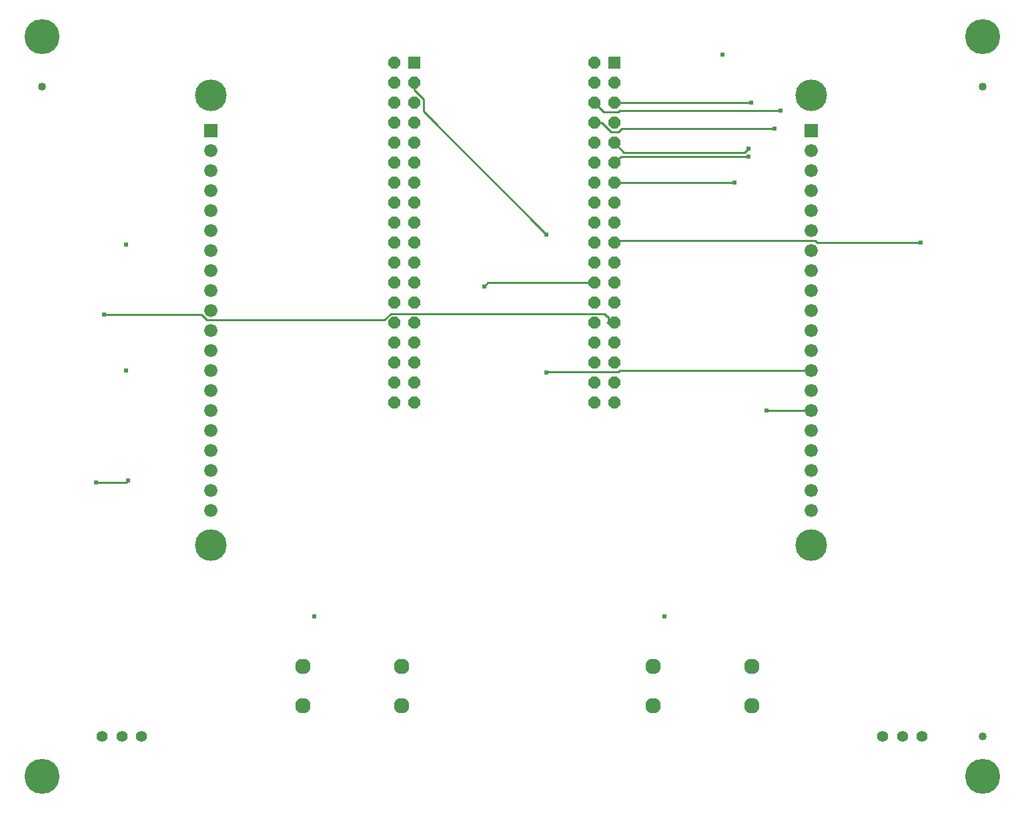
<source format=gbr>
G04 EAGLE Gerber RS-274X export*
G75*
%MOMM*%
%FSLAX34Y34*%
%LPD*%
%INBottom Copper*%
%IPPOS*%
%AMOC8*
5,1,8,0,0,1.08239X$1,22.5*%
G01*
%ADD10R,1.524000X1.524000*%
%ADD11P,1.649562X8X292.500000*%
%ADD12C,1.400000*%
%ADD13C,1.960000*%
%ADD14R,1.676400X1.676400*%
%ADD15C,1.676400*%
%ADD16C,4.016000*%
%ADD17C,1.016000*%
%ADD18C,4.445000*%
%ADD19C,0.609600*%
%ADD20C,0.254000*%


D10*
X764800Y944200D03*
D11*
X739400Y944200D03*
X764800Y918800D03*
X739400Y918800D03*
X764800Y893400D03*
X739400Y893400D03*
X764800Y868000D03*
X739400Y868000D03*
X764800Y842600D03*
X739400Y842600D03*
X764800Y817200D03*
X739400Y817200D03*
X764800Y791800D03*
X739400Y791800D03*
X764800Y766400D03*
X739400Y766400D03*
X764800Y741000D03*
X739400Y741000D03*
X764800Y715600D03*
X739400Y715600D03*
X764800Y690200D03*
X739400Y690200D03*
X764800Y664800D03*
X739400Y664800D03*
X764800Y639400D03*
X739400Y639400D03*
X764800Y614000D03*
X739400Y614000D03*
X764800Y588600D03*
X739400Y588600D03*
X764800Y563200D03*
X739400Y563200D03*
X764800Y537800D03*
X739400Y537800D03*
X764800Y512400D03*
X739400Y512400D03*
D10*
X510800Y944200D03*
D11*
X485400Y944200D03*
X510800Y918800D03*
X485400Y918800D03*
X510800Y893400D03*
X485400Y893400D03*
X510800Y868000D03*
X485400Y868000D03*
X510800Y842600D03*
X485400Y842600D03*
X510800Y817200D03*
X485400Y817200D03*
X510800Y791800D03*
X485400Y791800D03*
X510800Y766400D03*
X485400Y766400D03*
X510800Y741000D03*
X485400Y741000D03*
X510800Y715600D03*
X485400Y715600D03*
X510800Y690200D03*
X485400Y690200D03*
X510800Y664800D03*
X485400Y664800D03*
X510800Y639400D03*
X485400Y639400D03*
X510800Y614000D03*
X485400Y614000D03*
X510800Y588600D03*
X485400Y588600D03*
X510800Y563200D03*
X485400Y563200D03*
X510800Y537800D03*
X485400Y537800D03*
X510800Y512400D03*
X485400Y512400D03*
D12*
X114700Y88900D03*
X139700Y88900D03*
X164700Y88900D03*
X1105300Y88900D03*
X1130300Y88900D03*
X1155300Y88900D03*
D13*
X494300Y177400D03*
X494300Y127400D03*
X369300Y127400D03*
X369300Y177400D03*
X938800Y177400D03*
X938800Y127400D03*
X813800Y127400D03*
X813800Y177400D03*
D14*
X252730Y858520D03*
D15*
X252730Y833120D03*
X252730Y807720D03*
X252730Y782320D03*
X252730Y756920D03*
X252730Y731520D03*
X252730Y706120D03*
X252730Y680720D03*
X252730Y655320D03*
X252730Y629920D03*
X252730Y604520D03*
X252730Y579120D03*
X252730Y553720D03*
X252730Y528320D03*
X252730Y502920D03*
X252730Y477520D03*
X252730Y452120D03*
X252730Y426720D03*
X252730Y401320D03*
X252730Y375920D03*
D14*
X1014730Y858520D03*
D15*
X1014730Y833120D03*
X1014730Y807720D03*
X1014730Y782320D03*
X1014730Y756920D03*
X1014730Y731520D03*
X1014730Y706120D03*
X1014730Y680720D03*
X1014730Y655320D03*
X1014730Y629920D03*
X1014730Y604520D03*
X1014730Y579120D03*
X1014730Y553720D03*
X1014730Y528320D03*
X1014730Y502920D03*
X1014730Y477520D03*
X1014730Y452120D03*
X1014730Y426720D03*
X1014730Y401320D03*
X1014730Y375920D03*
D16*
X1014730Y331470D03*
X1014730Y902970D03*
X252730Y331470D03*
X252730Y902970D03*
D17*
X38100Y914400D03*
X1231900Y914400D03*
X1231900Y88900D03*
D18*
X38100Y977900D03*
X38100Y38100D03*
X1231900Y38100D03*
X1231900Y977900D03*
D19*
X144780Y553720D03*
X147320Y414020D03*
X144780Y713740D03*
X901700Y955040D03*
X106680Y411480D03*
D20*
X144780Y411480D01*
X147320Y414020D01*
D19*
X828040Y241300D03*
X383540Y241300D03*
X599440Y660400D03*
D20*
X603840Y664800D01*
X739400Y664800D01*
X755565Y614000D02*
X764800Y614000D01*
D19*
X116840Y624840D03*
D20*
X240568Y624840D01*
X247680Y617728D01*
X480666Y625430D02*
X751840Y625430D01*
X472964Y617728D02*
X247680Y617728D01*
X472964Y617728D02*
X480666Y625430D01*
X751840Y625430D02*
X755180Y622090D01*
X756710Y622090D01*
X756710Y615146D01*
X755565Y614000D01*
X760066Y856570D02*
X769535Y856570D01*
X748636Y868000D02*
X739400Y868000D01*
X748636Y868000D02*
X760066Y856570D01*
X769535Y856570D02*
X774025Y861060D01*
X967740Y861060D01*
D19*
X967740Y861060D03*
X957580Y502920D03*
D20*
X1014730Y502920D01*
X769535Y881970D02*
X771485Y883920D01*
X975360Y883920D01*
X750830Y881970D02*
X739400Y893400D01*
X750830Y881970D02*
X769535Y881970D01*
D19*
X975360Y883920D03*
D20*
X1014730Y553720D02*
X771485Y553720D01*
X769535Y551770D01*
X678770Y551770D02*
X678180Y551180D01*
X678770Y551770D02*
X769535Y551770D01*
D19*
X678180Y551180D03*
X678180Y726440D03*
D20*
X522230Y882390D01*
X510800Y909565D02*
X510800Y918800D01*
X522230Y898135D02*
X522230Y882390D01*
X522230Y898135D02*
X510800Y909565D01*
D19*
X937918Y894080D03*
D20*
X765480Y894080D01*
X764800Y893400D01*
D19*
X934720Y835660D03*
D20*
X929640Y830580D01*
X776820Y830580D02*
X764800Y842600D01*
X776820Y830580D02*
X929640Y830580D01*
D19*
X934720Y825500D03*
D20*
X773100Y825500D01*
X764800Y817200D01*
D19*
X916940Y792480D03*
D20*
X765480Y792480D01*
X764800Y791800D01*
D19*
X1153160Y716280D03*
D20*
X1021812Y716280D01*
X1019780Y718312D01*
X767512Y718312D01*
X764800Y715600D01*
M02*

</source>
